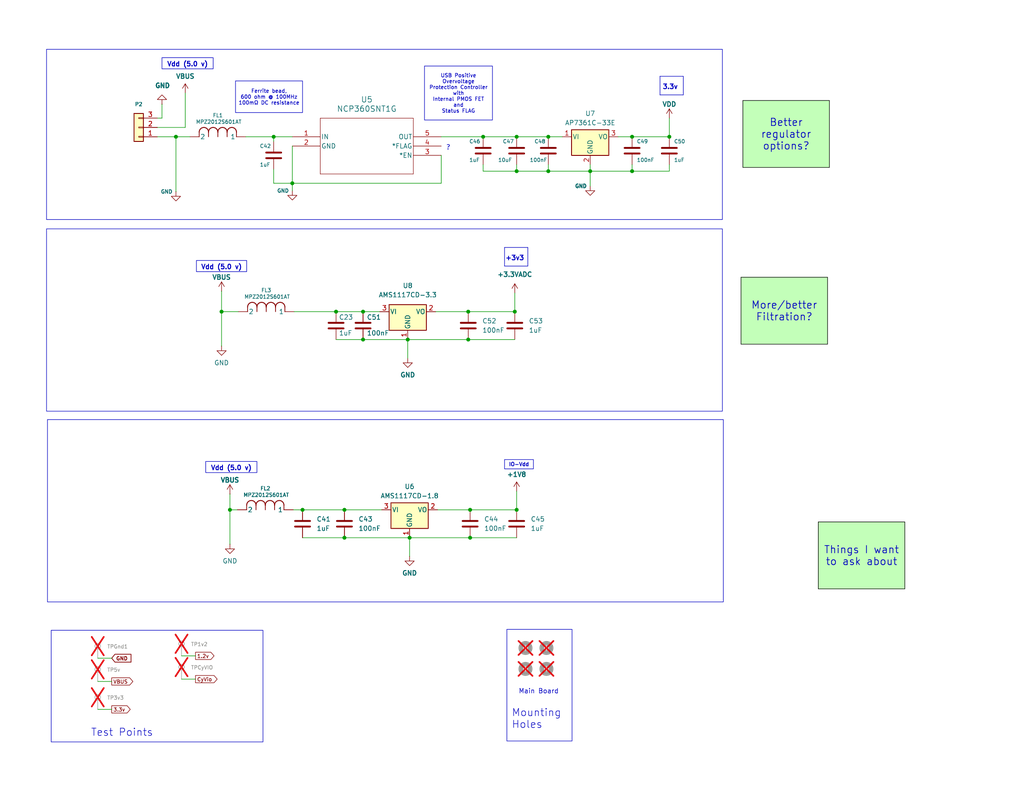
<source format=kicad_sch>
(kicad_sch (version 20231120) (generator "eeschema") (generator_version "8.0")
  (paper "A")
  (title_block (title "PSWS-HF103-proto") (date "2025-06-23") (rev "0.1.0") (company "Dave Witten, KD0EAG") (comment 2 "[ A Minimalist Rework of HF-103 designed by Oskar Stella, ik1xpv ]") (comment 3 "Infineon/Cypress  FX3 DevKit and LTC2208 Demo modules") (comment 4 "A development straw-man based on the"))
  (lib_symbols
    (symbol "Connector:TestPoint" (pin_numbers hide) (pin_names (offset 0.762) hide)
      (property "Reference" "TP" (at 0 6.858 0))
      (property "Value" "TestPoint" (at 0 5.08 0))
      (symbol "TestPoint_0_1"
        (circle (center 0 3.302) (radius 0.762))
      )
      (symbol "TestPoint_1_1"
        (pin passive line (at 0 0 90) (length 2.54) (name "1") (number "1"))
      )
    )
    (symbol "Connector_Generic:Conn_01x03" (pin_names (offset 1.016) hide)
      (property "Reference" "J" (at 0 5.08 0))
      (property "Value" "Conn_01x03" (at 0 -5.08 0))
      (symbol "Conn_01x03_1_1"
        (rectangle (start -1.27 -2.413) (end 0 -2.667) (stroke (width 0.1524)))
        (rectangle (start -1.27 0.127) (end 0 -0.127) (stroke (width 0.1524)))
        (rectangle (start -1.27 2.667) (end 0 2.413) (stroke (width 0.1524)))
        (rectangle (start -1.27 3.81) (end 1.27 -3.81) (stroke (width 0.254)) (fill (type background)))
        (pin passive line (at -5.08 2.54 0) (length 3.81) (name "Pin_1") (number "1"))
        (pin passive line (at -5.08 0 0) (length 3.81) (name "Pin_2") (number "2"))
        (pin passive line (at -5.08 -2.54 0) (length 3.81) (name "Pin_3") (number "3"))
      )
    )
    (symbol "Device:C" (pin_numbers hide) (pin_names (offset 0.254))
      (property "Reference" "C" (at 0.635 2.54 0))
      (property "Value" "C" (at 0.635 -2.54 0))
      (symbol "C_0_1"
        (polyline (pts (xy -2.032 -0.762) (xy 2.032 -0.762)) (stroke (width 0.508)))
        (polyline (pts (xy -2.032 0.762) (xy 2.032 0.762)) (stroke (width 0.508)))
      )
      (symbol "C_1_1"
        (pin passive line (at 0 3.81 270) (length 2.794) (name "~") (number "1"))
        (pin passive line (at 0 -3.81 90) (length 2.794) (name "~") (number "2"))
      )
    )
    (symbol "MPZ2012S601AT000:MPZ2012S601AT000" (pin_numbers hide) (pin_names (offset 0.254))
      (property "Reference" "L" (at 6.985 5.08 0))
      (property "Value" "MPZ2012S601AT000" (at 6.985 -2.54 0))
      (symbol "MPZ2012S601AT000_1_1"
        (polyline (pts (xy 2.54 0) (xy 2.54 1.27)) (stroke (width 0.2032)))
        (polyline (pts (xy 5.08 0) (xy 5.08 1.27)) (stroke (width 0.2032)))
        (polyline (pts (xy 7.62 0) (xy 7.62 1.27)) (stroke (width 0.2032)))
        (polyline (pts (xy 10.16 0) (xy 10.16 1.27)) (stroke (width 0.2032)))
        (polyline (pts (xy 12.7 0) (xy 12.7 1.27)) (stroke (width 0.2032)))
        (arc (start 5.08 1.27) (mid 3.81 2.5345) (end 2.54 1.27) (stroke (width 0.254)))
        (arc (start 7.62 1.27) (mid 6.35 2.5345) (end 5.08 1.27) (stroke (width 0.254)))
        (arc (start 10.16 1.27) (mid 8.89 2.5345) (end 7.62 1.27) (stroke (width 0.254)))
        (arc (start 12.7 1.27) (mid 11.43 2.5345) (end 10.16 1.27) (stroke (width 0.254)))
        (pin unspecified line (at 15.24 0 180) (length 2.54) (name "1") (number "1"))
        (pin unspecified line (at 0 0 0) (length 2.54) (name "2") (number "2"))
      )
      (symbol "MPZ2012S601AT000_1_2"
        (arc (start -1.27 5.08) (mid -2.5345 3.81) (end -1.27 2.54) (stroke (width 0.254)))
        (arc (start -1.27 7.62) (mid -2.5345 6.35) (end -1.27 5.08) (stroke (width 0.254)))
        (arc (start -1.27 10.16) (mid -2.5345 8.89) (end -1.27 7.62) (stroke (width 0.254)))
        (arc (start -1.27 12.7) (mid -2.5345 11.43) (end -1.27 10.16) (stroke (width 0.254)))
        (polyline (pts (xy 0 2.54) (xy -1.27 2.54)) (stroke (width 0.2032)))
        (polyline (pts (xy 0 5.08) (xy -1.27 5.08)) (stroke (width 0.2032)))
        (polyline (pts (xy 0 7.62) (xy -1.27 7.62)) (stroke (width 0.2032)))
        (polyline (pts (xy 0 10.16) (xy -1.27 10.16)) (stroke (width 0.2032)))
        (polyline (pts (xy 0 12.7) (xy -1.27 12.7)) (stroke (width 0.2032)))
        (pin unspecified line (at 0 15.24 270) (length 2.54) (name "1") (number "1"))
        (pin unspecified line (at 0 0 90) (length 2.54) (name "2") (number "2"))
      )
    )
    (symbol "Mechanical:MountingHole" (pin_names (offset 1.016))
      (property "Reference" "H" (at 0 5.08 0))
      (property "Value" "MountingHole" (at 0 3.175 0))
      (symbol "MountingHole_0_1"
        (circle (center 0 0) (radius 1.27) (stroke (width 1.27)))
      )
    )
    (symbol "MountingHole_1" (pin_numbers hide) (pin_names (offset 1.016))
      (property "Reference" "H" (at 0 5.08 0))
      (property "Value" "MountingHole" (at 0 3.175 0))
      (symbol "MountingHole_1_0_1"
        (circle (center 0 0) (radius 1.27) (stroke (width 1.27)))
      )
    )
    (symbol "NCP360:NCP360SNT1G" (pin_names (offset 0.254))
      (property "Reference" "U" (at 20.32 10.16 0))
      (property "Value" "NCP360SNT1G" (at 20.32 7.62 0))
      (symbol "NCP360SNT1G_0_1"
        (polyline (pts (xy 7.62 -10.16) (xy 33.02 -10.16)) (stroke (width 0.127)))
        (polyline (pts (xy 7.62 5.08) (xy 7.62 -10.16)) (stroke (width 0.127)))
        (polyline (pts (xy 33.02 -10.16) (xy 33.02 5.08)) (stroke (width 0.127)))
        (polyline (pts (xy 33.02 5.08) (xy 7.62 5.08)) (stroke (width 0.127)))
        (pin input line (at 0 0 0) (length 7.62) (name "IN") (number "1"))
        (pin power_in line (at 0 -2.54 0) (length 7.62) (name "GND") (number "2"))
        (pin input line (at 40.64 -5.08 180) (length 7.62) (name "*EN") (number "3"))
        (pin output line (at 40.64 -2.54 180) (length 7.62) (name "*FLAG") (number "4"))
        (pin output line (at 40.64 0 180) (length 7.62) (name "OUT") (number "5"))
      )
    )
    (symbol "Regulator_Linear:AMS1117CD-1.8" (pin_names (offset 0.254))
      (property "Reference" "U" (at -3.81 3.175 0))
      (property "Value" "AMS1117CD-1.8" (at 0 3.175 0))
      (symbol "AMS1117CD-1.8_0_1"
        (rectangle (start -5.08 -5.08) (end 5.08 1.905) (stroke (width 0.254)) (fill (type background)))
      )
      (symbol "AMS1117CD-1.8_1_1"
        (pin power_in line (at 0 -7.62 90) (length 2.54) (name "GND") (number "1"))
        (pin power_out line (at 7.62 0 180) (length 2.54) (name "VO") (number "2"))
        (pin power_in line (at -7.62 0 0) (length 2.54) (name "VI") (number "3"))
      )
    )
    (symbol "Regulator_Linear:AP7361C-33E" (pin_names (offset 0.254))
      (property "Reference" "U" (at -3.81 3.175 0))
      (property "Value" "AP7361C-33E" (at 0 3.175 0))
      (symbol "AP7361C-33E_0_1"
        (rectangle (start -5.08 -5.08) (end 5.08 1.905) (stroke (width 0.254)) (fill (type background)))
      )
      (symbol "AP7361C-33E_1_1"
        (pin power_in line (at -7.62 0 0) (length 2.54) (name "VI") (number "1"))
        (pin power_in line (at 0 -7.62 90) (length 2.54) (name "GND") (number "2"))
        (pin power_out line (at 7.62 0 180) (length 2.54) (name "VO") (number "3"))
      )
    )
    (symbol "power:+1V8" (power) (pin_numbers hide) (pin_names (offset 0) hide)
      (property "Value" "+1V8" (at 0 3.556 0))
      (symbol "+1V8_0_1"
        (polyline (pts (xy -0.762 1.27) (xy 0 2.54)))
        (polyline (pts (xy 0 0) (xy 0 2.54)))
        (polyline (pts (xy 0 2.54) (xy 0.762 1.27)))
      )
      (symbol "+1V8_1_1"
        (pin power_in line (at 0 0 90) (length 0) (name "~") (number "1"))
      )
    )
    (symbol "power:+3.3VADC" (power) (pin_numbers hide) (pin_names (offset 0) hide)
      (property "Value" "+3.3VADC" (at 0 3.556 0))
      (symbol "+3.3VADC_0_0"
        (pin power_in line (at 0 0 90) (length 0) (name "~") (number "1"))
      )
      (symbol "+3.3VADC_0_1"
        (polyline (pts (xy -0.762 1.27) (xy 0 2.54)))
        (polyline (pts (xy 0 0) (xy 0 2.54)))
        (polyline (pts (xy 0 2.54) (xy 0.762 1.27)))
      )
    )
    (symbol "power:GND" (power) (pin_numbers hide) (pin_names (offset 0) hide)
      (property "Value" "GND" (at 0 -3.81 0))
      (symbol "GND_0_1"
        (polyline (pts (xy 0 0) (xy 0 -1.27) (xy 1.27 -1.27) (xy 0 -2.54) (xy -1.27 -1.27) (xy 0 -1.27)))
      )
      (symbol "GND_1_1"
        (pin power_in line (at 0 0 270) (length 0) (name "~") (number "1"))
      )
    )
    (symbol "power:VBUS" (power) (pin_numbers hide) (pin_names (offset 0) hide)
      (property "Value" "VBUS" (at 0 3.556 0))
      (symbol "VBUS_0_1"
        (polyline (pts (xy -0.762 1.27) (xy 0 2.54)))
        (polyline (pts (xy 0 0) (xy 0 2.54)))
        (polyline (pts (xy 0 2.54) (xy 0.762 1.27)))
      )
      (symbol "VBUS_1_1"
        (pin power_in line (at 0 0 90) (length 0) (name "~") (number "1"))
      )
    )
    (symbol "power:VDD" (power) (pin_numbers hide) (pin_names (offset 0) hide)
      (property "Value" "VDD" (at 0 3.556 0))
      (symbol "VDD_0_1"
        (polyline (pts (xy -0.762 1.27) (xy 0 2.54)))
        (polyline (pts (xy 0 0) (xy 0 2.54)))
        (polyline (pts (xy 0 2.54) (xy 0.762 1.27)))
      )
      (symbol "VDD_1_1"
        (pin power_in line (at 0 0 90) (length 0) (name "~") (number "1"))
      )
    )
  )
  (junction (at 99.06 85.09))
  (junction (at 161.036 46.736))
  (junction (at 128.27 139.192))
  (junction (at 149.606 37.338))
  (junction (at 82.55 139.192))
  (junction (at 128.27 146.812))
  (junction (at 79.756 50.038))
  (junction (at 111.76 146.812))
  (junction (at 74.676 37.338))
  (junction (at 93.98 146.812))
  (junction (at 60.452 85.09))
  (junction (at 182.626 37.338))
  (junction (at 140.97 46.736))
  (junction (at 111.252 92.71))
  (junction (at 172.466 46.736))
  (junction (at 91.694 85.09))
  (junction (at 127.762 92.71))
  (junction (at 62.738 139.192))
  (junction (at 48.006 37.338))
  (junction (at 140.462 85.09))
  (junction (at 131.826 37.338))
  (junction (at 149.606 46.736))
  (junction (at 93.98 139.192))
  (junction (at 140.97 139.192))
  (junction (at 172.466 37.338))
  (junction (at 127.762 85.09))
  (junction (at 99.06 92.71))
  (junction (at 140.97 37.338))
  (wire (pts (xy 182.626 32.258) (xy 182.626 37.338)))
  (wire (pts (xy 49.53 179.07) (xy 53.34 179.07)))
  (wire (pts (xy 149.606 37.338) (xy 153.416 37.338)))
  (wire (pts (xy 119.38 139.192) (xy 128.27 139.192)))
  (wire (pts (xy 62.738 139.192) (xy 62.738 148.59)))
  (polyline (pts (xy 180.086 25.908) (xy 186.436 25.908)))
  (wire (pts (xy 111.252 97.79) (xy 111.252 92.71)))
  (wire (pts (xy 74.676 37.338) (xy 79.756 37.338)))
  (wire (pts (xy 60.452 85.09) (xy 60.452 94.488)))
  (wire (pts (xy 26.67 186.055) (xy 30.48 186.055)))
  (wire (pts (xy 131.826 46.736) (xy 131.826 44.958)))
  (wire (pts (xy 50.546 34.798) (xy 42.926 34.798)))
  (wire (pts (xy 149.606 46.736) (xy 161.036 46.736)))
  (wire (pts (xy 140.97 37.338) (xy 149.606 37.338)))
  (wire (pts (xy 74.676 50.038) (xy 79.756 50.038)))
  (wire (pts (xy 99.06 85.09) (xy 103.632 85.09)))
  (wire (pts (xy 140.97 46.736) (xy 149.606 46.736)))
  (wire (pts (xy 140.97 46.736) (xy 140.97 44.958)))
  (wire (pts (xy 131.826 37.338) (xy 140.97 37.338)))
  (polyline (pts (xy 137.668 67.564) (xy 137.668 72.644)))
  (wire (pts (xy 99.06 92.71) (xy 111.252 92.71)))
  (wire (pts (xy 172.466 46.736) (xy 182.626 46.736)))
  (wire (pts (xy 140.462 80.01) (xy 140.462 85.09)))
  (wire (pts (xy 120.396 37.338) (xy 131.826 37.338)))
  (wire (pts (xy 26.67 193.675) (xy 30.48 193.675)))
  (wire (pts (xy 49.53 185.42) (xy 53.34 185.42)))
  (wire (pts (xy 93.98 139.192) (xy 104.14 139.192)))
  (wire (pts (xy 80.01 139.192) (xy 82.55 139.192)))
  (wire (pts (xy 82.55 146.812) (xy 93.98 146.812)))
  (wire (pts (xy 93.98 146.812) (xy 111.76 146.812)))
  (wire (pts (xy 74.676 37.338) (xy 74.676 38.608)))
  (polyline (pts (xy 180.086 20.828) (xy 186.436 20.828)))
  (polyline (pts (xy 137.668 72.644) (xy 144.018 72.644)))
  (wire (pts (xy 161.036 46.736) (xy 172.466 46.736)))
  (wire (pts (xy 127.762 85.09) (xy 140.462 85.09)))
  (wire (pts (xy 48.006 37.338) (xy 48.006 52.324)))
  (wire (pts (xy 91.694 85.09) (xy 99.06 85.09)))
  (wire (pts (xy 111.76 146.812) (xy 128.27 146.812)))
  (wire (pts (xy 74.676 50.038) (xy 74.676 46.228)))
  (wire (pts (xy 161.036 46.736) (xy 161.036 50.8)))
  (wire (pts (xy 62.738 134.874) (xy 62.738 139.192)))
  (wire (pts (xy 172.466 46.736) (xy 172.466 44.958)))
  (wire (pts (xy 128.27 139.192) (xy 140.97 139.192)))
  (wire (pts (xy 111.252 92.71) (xy 127.762 92.71)))
  (wire (pts (xy 91.694 92.71) (xy 99.06 92.71)))
  (wire (pts (xy 82.55 139.192) (xy 93.98 139.192)))
  (wire (pts (xy 140.97 134.112) (xy 140.97 139.192)))
  (wire (pts (xy 42.926 37.338) (xy 48.006 37.338)))
  (wire (pts (xy 60.452 85.09) (xy 65.024 85.09)))
  (wire (pts (xy 50.546 25.4) (xy 50.546 34.798)))
  (wire (pts (xy 149.606 46.736) (xy 149.606 44.958)))
  (wire (pts (xy 44.196 32.258) (xy 42.926 32.258)))
  (wire (pts (xy 48.006 37.338) (xy 51.816 37.338)))
  (wire (pts (xy 79.756 50.038) (xy 120.396 50.038)))
  (wire (pts (xy 172.466 37.338) (xy 182.626 37.338)))
  (wire (pts (xy 111.76 151.892) (xy 111.76 146.812)))
  (polyline (pts (xy 144.018 72.644) (xy 144.018 67.564)))
  (wire (pts (xy 127.762 92.71) (xy 140.462 92.71)))
  (wire (pts (xy 60.452 79.502) (xy 60.452 85.09)))
  (wire (pts (xy 67.056 37.338) (xy 74.676 37.338)))
  (wire (pts (xy 182.626 46.736) (xy 182.626 44.958)))
  (wire (pts (xy 26.67 179.705) (xy 30.48 179.705)))
  (wire (pts (xy 131.826 46.736) (xy 140.97 46.736)))
  (polyline (pts (xy 137.668 67.564) (xy 144.018 67.564)))
  (wire (pts (xy 79.756 39.878) (xy 79.756 50.038)))
  (polyline (pts (xy 180.086 20.828) (xy 180.086 25.908)))
  (wire (pts (xy 120.396 42.418) (xy 120.396 50.038)))
  (wire (pts (xy 168.656 37.338) (xy 172.466 37.338)))
  (wire (pts (xy 128.27 146.812) (xy 140.97 146.812)))
  (wire (pts (xy 79.756 50.038) (xy 79.756 52.07)))
  (wire (pts (xy 62.738 139.192) (xy 64.77 139.192)))
  (wire (pts (xy 44.196 28.448) (xy 44.196 32.258)))
  (wire (pts (xy 118.872 85.09) (xy 127.762 85.09)))
  (wire (pts (xy 80.264 85.09) (xy 91.694 85.09)))
  (polyline (pts (xy 186.436 25.908) (xy 186.436 20.828)))
  (wire (pts (xy 161.036 46.736) (xy 161.036 44.958)))
  (rectangle (start 13.97 172.085) (end 71.755 202.565))
  (rectangle (start 12.954 114.554) (end 197.358 164.338))
  (rectangle (start 12.7 13.462) (end 197.104 59.944))
  (rectangle (start 138.303 171.831) (end 156.083 202.311))
  (rectangle (start 12.7 62.484) (end 197.104 112.268))
  (text_box "More/better \nFiltration?" (at 202.184 75.692 0) (size 23.622 18.288) (stroke (width 0) (color 0 0 0 1)) (fill (type color) (color 101 255 75 0.39)) (effects (font (size 2 2) (thickness 0.2) (bold yes))))
  (text_box "Vdd (5.0 v)" (at 56.134 125.984 0) (size 13.97 3.048) (effects (font (size 1.27 1.27) (thickness 0.254) (bold yes)) (justify top)))
  (text_box "IO-Vdd" (at 137.668 125.476 0) (size 7.874 2.54) (effects (font (size 1 1) (thickness 0.2) (bold yes))))
  (text_box "Vdd (5.0 v)" (at 44.196 15.748 0) (size 13.97 3.048) (effects (font (size 1.27 1.27) (thickness 0.254) (bold yes)) (justify top)))
  (text_box "USB Positive Overvoltage\nProtection Controller with\nInternal PMOS FET and\nStatus FLAG" (at 115.824 18.034 0) (size 18.542 14.732) (effects (font (size 1 1))))
  (text_box "Things I want to ask about" (at 223.266 142.494 0) (size 23.622 18.288) (stroke (width 0) (color 0 0 0 1)) (fill (type color) (color 101 255 75 0.39)) (effects (font (size 2 2) (thickness 0.2) (bold yes))))
  (text_box "Vdd (5.0 v)" (at 53.594 71.12 0) (size 13.716 3.048) (effects (font (size 1.27 1.27) (thickness 0.254) (bold yes)) (justify top)))
  (text_box "Ferrite bead,\n600 ohm @ 100MHz\n100mΩ DC resistance" (at 64.262 22.098 0) (size 18.288 8.636) (effects (font (size 1 1))))
  (text_box "Better \nregulator options?" (at 202.692 27.432 0) (size 23.622 18.288) (stroke (width 0) (color 0 0 0 1)) (fill (type color) (color 101 255 75 0.39)) (effects (font (size 2 2) (thickness 0.2) (bold yes))))
  (text "?" (at 121.666 41.148 0) (effects (font (size 1.27 1.27)) (justify left bottom)))
  (text "Test Points" (at 24.765 201.295 0) (effects (font (size 2 2)) (justify left bottom)))
  (text "Main Board" (at 141.478 189.611 0) (effects (font (size 1.27 1.27)) (justify left bottom)))
  (text "3.3v" (at 182.88 23.876 0) (effects (font (size 1.27 1.27) (thickness 0.254) (bold yes))))
  (text "+3v3" (at 140.462 70.612 0) (effects (font (size 1.27 1.27) (thickness 0.254) (bold yes))))
  (text "Mounting \nHoles" (at 139.573 199.136 0) (effects (font (size 2 2)) (justify left bottom)))
  (global_label "3.3v" (shape output) (at 30.48 193.675 0) (effects (font (size 1 1))) (property "Intersheetrefs" "${INTERSHEET_REFS}" (at 35.9732 193.675 0) (effects (justify left))))
  (global_label "VBUS" (shape output) (at 30.48 186.055 0) (effects (font (size 1 1))) (property "Intersheetrefs" "${INTERSHEET_REFS}" (at 46.8474 185.42 0) (effects (justify left))))
  (global_label "1.2v" (shape output) (at 53.34 179.07 0) (effects (font (size 1 1))) (property "Intersheetrefs" "${INTERSHEET_REFS}" (at 58.8332 179.07 0) (effects (justify left))))
  (global_label "CyVio" (shape output) (at 53.34 185.42 0) (effects (font (size 1 1))) (property "Intersheetrefs" "${INTERSHEET_REFS}" (at 59.6903 185.42 0) (effects (justify left))))
  (global_label "GND" (shape input) (at 30.48 179.705 0) (effects (font (size 1 1) (bold yes))) (property "Intersheetrefs" "${INTERSHEET_REFS}" (at 36.2529 179.705 0) (effects (justify left))))
  (symbol (lib_id "Connector:TestPoint") (at 26.67 193.675 0) (unit 1) (in_bom no) (dnp yes)
    (property "Reference" "TP5" (effects (hide yes)))
    (property "Value" "TP3v3" (at 29.21 190.5 0) (effects (font (size 1 1)) (justify left)))
    (property "Footprint" "TestPoint:TestPoint_THTPad_1.0x1.0mm_Drill0.5mm" (effects (hide yes)))
  )
  (symbol (lib_id "power:GND") (at 111.252 97.79 0) (unit 1)
    (property "Reference" "#PWR30" (effects (hide yes)))
    (property "Value" "GND" (at 111.252 102.362 0) (effects (font (thickness 0.254) (bold yes))))
  )
  (symbol (lib_id "Device:C") (at 149.606 41.148 0) (unit 1)
    (property "Reference" "C48" (at 145.796 38.608 0) (effects (font (size 1 1)) (justify left)))
    (property "Value" "100nF" (at 144.526 43.688 0) (effects (font (size 1 1)) (justify left)))
    (property "Footprint" "Capacitor_SMD:C_0805_2012Metric_Pad1.18x1.45mm_HandSolder" (effects (hide yes)))
  )
  (symbol (lib_id "MPZ2012S601AT000:MPZ2012S601AT000") (at 65.024 85.09 0) (unit 1)
    (property "Reference" "FL3" (at 72.644 79.248 0) (effects (font (size 1 1))))
    (property "Value" "MPZ2012S601AT" (at 72.898 81.026 0) (effects (font (size 1 1))))
    (property "Footprint" "IND_2012_TDK" (effects (hide yes)))
    (property "Datasheet" "MPZ2012S601AT000" (effects (hide yes)))
  )
  (symbol (lib_id "Device:C") (at 93.98 143.002 0) (unit 1)
    (property "Reference" "C43" (at 97.79 141.732 0) (effects (justify left)))
    (property "Value" "100nF" (at 97.79 144.272 0) (effects (justify left)))
    (property "Footprint" "Capacitor_SMD:C_0805_2012Metric_Pad1.18x1.45mm_HandSolder" (effects (hide yes)))
  )
  (symbol (lib_id "Device:C") (at 91.694 88.9 0) (unit 1)
    (property "Reference" "C23" (at 92.456 86.614 0) (effects (justify left)))
    (property "Value" "1uF" (at 92.456 90.932 0) (effects (justify left)))
    (property "Footprint" "Capacitor_SMD:C_0805_2012Metric" (effects (hide yes)))
  )
  (symbol (lib_id "MPZ2012S601AT000:MPZ2012S601AT000") (at 51.816 37.338 0) (unit 1)
    (property "Reference" "FL1" (at 59.436 31.496 0) (effects (font (size 1 1))))
    (property "Value" "MPZ2012S601AT" (at 59.69 33.274 0) (effects (font (size 1 1))))
    (property "Footprint" "IND_2012_TDK" (effects (hide yes)))
    (property "Datasheet" "MPZ2012S601AT000" (effects (hide yes)))
  )
  (symbol (lib_id "Device:C") (at 140.97 143.002 0) (unit 1)
    (property "Reference" "C45" (at 144.78 141.732 0) (effects (justify left)))
    (property "Value" "1uF" (at 144.78 144.272 0) (effects (justify left)))
    (property "Footprint" "Capacitor_SMD:C_0805_2012Metric" (effects (hide yes)))
  )
  (symbol (lib_id "power:VBUS") (at 50.546 25.4 0) (unit 1)
    (property "Reference" "#PWR22" (effects (hide yes)))
    (property "Value" "VBUS" (at 50.546 20.828 0) (effects (font (thickness 0.254) (bold yes))))
    (property "Description" "Power symbol creates a global label with name \"VBUS\"" (effects (hide yes)))
  )
  (symbol (lib_id "Mechanical:MountingHole") (at 143.383 182.626 0) (unit 1) (dnp yes)
    (property "Reference" "H2" (effects (hide yes)))
    (property "Value" "MountingHole" (effects (hide yes)))
    (property "Footprint" "MountingHole:MountingHole_3.2mm_M3_Pad_Via" (effects (hide yes)))
  )
  (symbol (lib_id "power:VDD") (at 60.452 79.502 0) (unit 1)
    (property "Reference" "#PWR32" (effects (hide yes)))
    (property "Value" "VBUS" (at 60.452 75.692 0) (effects (font (thickness 0.254) (bold yes))))
  )
  (symbol (lib_id "power:GND") (at 44.196 28.448 180) (unit 1)
    (property "Reference" "#PWR20" (effects (hide yes)))
    (property "Value" "GND" (at 42.164 23.368 0) (effects (font (thickness 0.254) (bold yes)) (justify right)))
  )
  (symbol (lib_id "Connector:TestPoint") (at 49.53 179.07 0) (unit 1) (in_bom no) (dnp yes)
    (property "Reference" "TP1v1" (effects (hide yes)))
    (property "Value" "TP1v2" (at 52.07 175.895 0) (effects (font (size 1 1)) (justify left)))
    (property "Footprint" "TestPoint:TestPoint_THTPad_1.0x1.0mm_Drill0.5mm" (effects (hide yes)))
  )
  (symbol (lib_id "Device:C") (at 140.462 88.9 0) (unit 1)
    (property "Reference" "C53" (at 144.272 87.63 0) (effects (justify left)))
    (property "Value" "1uF" (at 144.272 90.17 0) (effects (justify left)))
    (property "Footprint" "Capacitor_SMD:C_0805_2012Metric" (effects (hide yes)))
  )
  (symbol (lib_id "Regulator_Linear:AP7361C-33E") (at 161.036 37.338 0) (unit 1)
    (property "Reference" "U7" (at 161.036 30.988 0))
    (property "Value" "AP7361C-33E" (at 161.036 33.528 0))
    (property "Footprint" "Package_TO_SOT_SMD:SOT-223-3_TabPin2" (effects (hide yes)))
    (property "Datasheet" "https://www.diodes.com/assets/Datasheets/AP7361C.pdf" (effects (hide yes)))
  )
  (symbol (lib_id "MPZ2012S601AT000:MPZ2012S601AT000") (at 64.77 139.192 0) (unit 1)
    (property "Reference" "FL2" (at 72.39 133.35 0) (effects (font (size 1 1))))
    (property "Value" "MPZ2012S601AT" (at 72.644 135.128 0) (effects (font (size 1 1))))
    (property "Footprint" "IND_2012_TDK" (effects (hide yes)))
    (property "Datasheet" "MPZ2012S601AT000" (effects (hide yes)))
  )
  (symbol (lib_id "Regulator_Linear:AMS1117CD-1.8") (at 111.252 85.09 0) (unit 1)
    (property "Reference" "U8" (at 111.252 77.978 0))
    (property "Value" "AMS1117CD-3.3" (at 111.252 80.518 0))
    (property "Footprint" "Package_TO_SOT_SMD:TO-252-3_TabPin2" (effects (hide yes)))
    (property "Datasheet" "http://www.advanced-monolithic.com/pdf/ds1117.pdf" (effects (hide yes)))
  )
  (symbol (lib_id "Device:C") (at 128.27 143.002 0) (unit 1)
    (property "Reference" "C44" (at 132.08 141.732 0) (effects (justify left)))
    (property "Value" "100nF" (at 132.08 144.272 0) (effects (justify left)))
    (property "Footprint" "Capacitor_SMD:C_0805_2012Metric_Pad1.18x1.45mm_HandSolder" (effects (hide yes)))
  )
  (symbol (lib_id "NCP360:NCP360SNT1G") (at 79.756 37.338 0) (unit 1)
    (property "Reference" "U5" (at 100.076 27.178 0) (effects (font (size 1.524 1.524))))
    (property "Value" "NCP360SNT1G" (at 100.076 29.718 0) (effects (font (size 1.524 1.524))))
    (property "Footprint" "NCP360SNT1G:TSOP5_3X1P5_ONS" (effects (hide yes)))
    (property "Datasheet" "NCP360SNT1G" (effects (hide yes)))
  )
  (symbol (lib_id "Connector:TestPoint") (at 26.67 179.705 0) (unit 1) (in_bom no) (dnp yes)
    (property "Reference" "TPGnd1" (at 29.21 176.53 0) (effects (font (size 1 1)) (justify left)))
    (property "Value" "TPGnd" (effects (hide yes)))
    (property "Footprint" "TestPoint:TestPoint_THTPad_1.0x1.0mm_Drill0.5mm" (effects (hide yes)))
  )
  (symbol (lib_id "power:GND") (at 62.738 148.59 0) (unit 1)
    (property "Reference" "#PWR33" (effects (hide yes)))
    (property "Value" "GND" (at 62.738 153.162 0))
    (property "Description" "Power symbol creates a global label with name \"GND\" , ground" (effects (hide yes)))
  )
  (symbol (lib_id "power:VDD") (at 182.626 32.258 0) (unit 1)
    (property "Reference" "#PWR28" (effects (hide yes)))
    (property "Value" "VDD" (at 182.626 28.448 0) (effects (font (thickness 0.254) (bold yes))))
  )
  (symbol (lib_id "power:GND") (at 161.036 50.8 0) (unit 1)
    (property "Reference" "#PWR27" (effects (hide yes)))
    (property "Value" "GND" (at 158.496 50.8 0) (effects (font (size 1 1) (thickness 0.254) (bold yes))))
  )
  (symbol (lib_name "MountingHole_1") (lib_id "Mechanical:MountingHole") (at 143.383 176.911 0) (unit 1) (dnp yes)
    (property "Reference" "H1" (effects (hide yes)))
    (property "Value" "MountingHole" (effects (hide yes)))
    (property "Footprint" "MountingHole:MountingHole_3.2mm_M3_Pad_Via" (effects (hide yes)))
  )
  (symbol (lib_id "Regulator_Linear:AMS1117CD-1.8") (at 111.76 139.192 0) (unit 1)
    (property "Reference" "U6" (at 111.76 132.842 0))
    (property "Value" "AMS1117CD-1.8" (at 111.76 135.382 0))
    (property "Footprint" "Package_TO_SOT_SMD:TO-252-3_TabPin2" (effects (hide yes)))
    (property "Datasheet" "http://www.advanced-monolithic.com/pdf/ds1117.pdf" (effects (hide yes)))
  )
  (symbol (lib_id "Device:C") (at 131.826 41.148 0) (unit 1)
    (property "Reference" "C46" (at 128.016 38.608 0) (effects (font (size 1 1)) (justify left)))
    (property "Value" "1uF" (at 128.016 43.688 0) (effects (font (size 1 1)) (justify left)))
    (property "Footprint" "Capacitor_SMD:C_0805_2012Metric" (effects (hide yes)))
  )
  (symbol (lib_id "Connector:TestPoint") (at 49.53 185.42 0) (unit 1) (in_bom no) (dnp yes)
    (property "Reference" "TP6" (effects (hide yes)))
    (property "Value" "TPCyVIO" (at 52.07 182.245 0) (effects (font (size 1 1)) (justify left)))
    (property "Footprint" "TestPoint:TestPoint_THTPad_1.0x1.0mm_Drill0.5mm" (effects (hide yes)))
  )
  (symbol (lib_id "Device:C") (at 182.626 41.148 0) (unit 1)
    (property "Reference" "C50" (at 183.896 38.608 0) (effects (font (size 1 1)) (justify left)))
    (property "Value" "1uF" (at 183.896 43.688 0) (effects (font (size 1 1)) (justify left)))
    (property "Footprint" "Capacitor_SMD:C_0805_2012Metric" (effects (hide yes)))
  )
  (symbol (lib_id "Mechanical:MountingHole") (at 149.098 182.626 0) (unit 1) (in_bom no) (dnp yes)
    (property "Reference" "H4" (effects (hide yes)))
    (property "Value" "MountingHole" (effects (hide yes)))
    (property "Footprint" "MountingHole:MountingHole_3.2mm_M3_Pad_Via" (effects (hide yes)))
  )
  (symbol (lib_id "power:+3.3VADC") (at 140.462 80.01 0) (unit 1)
    (property "Reference" "#PWR19" (effects (hide yes)))
    (property "Value" "+3.3VADC" (at 140.462 74.93 0) (effects (font (thickness 0.254) (bold yes))))
    (property "Description" "Power symbol creates a global label with name \"+3.3VADC\"" (effects (hide yes)))
  )
  (symbol (lib_id "Mechanical:MountingHole") (at 149.098 176.911 0) (unit 1) (dnp yes)
    (property "Reference" "H3" (effects (hide yes)))
    (property "Value" "MountingHole" (effects (hide yes)))
    (property "Footprint" "MountingHole:MountingHole_3.2mm_M3_Pad_Via" (effects (hide yes)))
  )
  (symbol (lib_id "power:GND") (at 111.76 151.892 0) (unit 1)
    (property "Reference" "#PWR25" (effects (hide yes)))
    (property "Value" "GND" (at 111.76 156.464 0) (effects (font (thickness 0.254) (bold yes))))
  )
  (symbol (lib_id "Device:C") (at 140.97 41.148 0) (unit 1)
    (property "Reference" "C47" (at 137.16 38.608 0) (effects (font (size 1 1)) (justify left)))
    (property "Value" "10uF" (at 135.89 43.688 0) (effects (font (size 1 1)) (justify left)))
    (property "Footprint" "Capacitor_SMD:C_0805_2012Metric_Pad1.18x1.45mm_HandSolder" (effects (hide yes)))
  )
  (symbol (lib_id "Device:C") (at 82.55 143.002 0) (unit 1)
    (property "Reference" "C41" (at 86.36 141.732 0) (effects (justify left)))
    (property "Value" "1uF" (at 86.36 144.272 0) (effects (justify left)))
    (property "Footprint" "Capacitor_SMD:C_0805_2012Metric" (effects (hide yes)))
  )
  (symbol (lib_id "Connector_Generic:Conn_01x03") (at 37.846 34.798 180) (unit 1)
    (property "Reference" "P2" (at 37.846 28.448 0) (effects (font (size 1 1))))
    (property "Value" "Conn_01x03" (effects (hide yes)))
    (property "Footprint" "Connector_PinHeader_1.27mm:PinHeader_1x03_P1.27mm_Vertical" (effects (hide yes)))
  )
  (symbol (lib_id "Connector:TestPoint") (at 26.67 186.055 0) (unit 1) (in_bom no) (dnp yes)
    (property "Reference" "TP5v1" (effects (hide yes)))
    (property "Value" "TP5v" (at 29.21 182.88 0) (effects (font (size 1 1)) (justify left)))
    (property "Footprint" "TestPoint:TestPoint_THTPad_1.0x1.0mm_Drill0.5mm" (effects (hide yes)))
  )
  (symbol (lib_id "Device:C") (at 74.676 42.418 0) (unit 1)
    (property "Reference" "C42" (at 70.866 39.878 0) (effects (font (size 1 1)) (justify left)))
    (property "Value" "1uF" (at 70.866 44.958 0) (effects (font (size 1 1)) (justify left)))
    (property "Footprint" "Capacitor_SMD:C_0805_2012Metric" (effects (hide yes)))
  )
  (symbol (lib_id "power:+1V8") (at 140.97 134.112 0) (unit 1)
    (property "Reference" "#PWR26" (effects (hide yes)))
    (property "Value" "+1V8" (at 140.97 129.54 0) (effects (font (thickness 0.254) (bold yes))))
    (property "Description" "Power symbol creates a global label with name \"+1V8\"" (effects (hide yes)))
  )
  (symbol (lib_id "power:GND") (at 79.756 52.07 0) (unit 1)
    (property "Reference" "#PWR24" (effects (hide yes)))
    (property "Value" "GND" (at 77.216 52.07 0) (effects (font (size 1 1) (thickness 0.2) (bold yes))))
  )
  (symbol (lib_id "power:GND") (at 48.006 52.324 0) (unit 1)
    (property "Reference" "#PWR21" (effects (hide yes)))
    (property "Value" "GND" (at 45.466 52.324 0) (effects (font (size 1 1) (thickness 0.2) (bold yes))))
  )
  (symbol (lib_id "power:VDD") (at 62.738 134.874 0) (unit 1)
    (property "Reference" "#PWR23" (effects (hide yes)))
    (property "Value" "VBUS" (at 62.738 131.064 0) (effects (font (thickness 0.254) (bold yes))))
  )
  (symbol (lib_id "power:GND") (at 60.452 94.488 0) (unit 1)
    (property "Reference" "#PWR29" (effects (hide yes)))
    (property "Value" "GND" (at 60.452 99.06 0))
    (property "Description" "Power symbol creates a global label with name \"GND\" , ground" (effects (hide yes)))
  )
  (symbol (lib_id "Device:C") (at 172.466 41.148 0) (unit 1)
    (property "Reference" "C49" (at 173.736 38.608 0) (effects (font (size 1 1)) (justify left)))
    (property "Value" "100nF" (at 173.736 43.688 0) (effects (font (size 1 1)) (justify left)))
    (property "Footprint" "Capacitor_SMD:C_0805_2012Metric_Pad1.18x1.45mm_HandSolder" (effects (hide yes)))
  )
  (symbol (lib_id "Device:C") (at 99.06 88.9 0) (unit 1)
    (property "Reference" "C51" (at 100.076 86.614 0) (effects (justify left)))
    (property "Value" "100nF" (at 100.076 90.932 0) (effects (justify left)))
    (property "Footprint" "Capacitor_SMD:C_0805_2012Metric_Pad1.18x1.45mm_HandSolder" (effects (hide yes)))
  )
  (symbol (lib_id "Device:C") (at 127.762 88.9 0) (unit 1)
    (property "Reference" "C52" (at 131.572 87.63 0) (effects (justify left)))
    (property "Value" "100nF" (at 131.572 90.17 0) (effects (justify left)))
    (property "Footprint" "Capacitor_SMD:C_0805_2012Metric_Pad1.18x1.45mm_HandSolder" (effects (hide yes)))
  )
)
</source>
